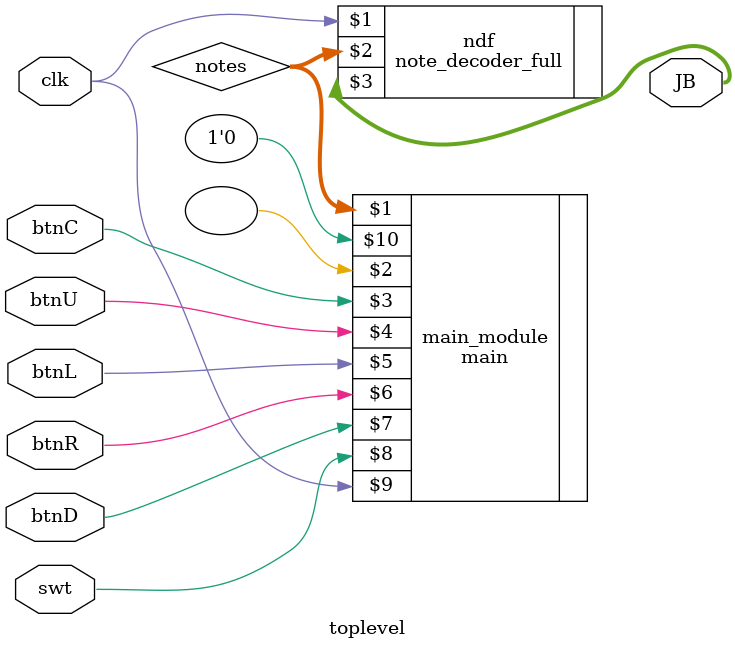
<source format=v>
module toplevel(input btnC, input btnU, input btnL, input btnR, input btnD, input swt, input clk, output [7:0] JB);
	wire [26:0] notes;
	main main_module(notes, , btnC, btnU, btnL, btnR, btnD, swt, clk, 1'b0);
	wire note_clock;
	note_decoder_full ndf(clk, notes, JB);
endmodule

</source>
